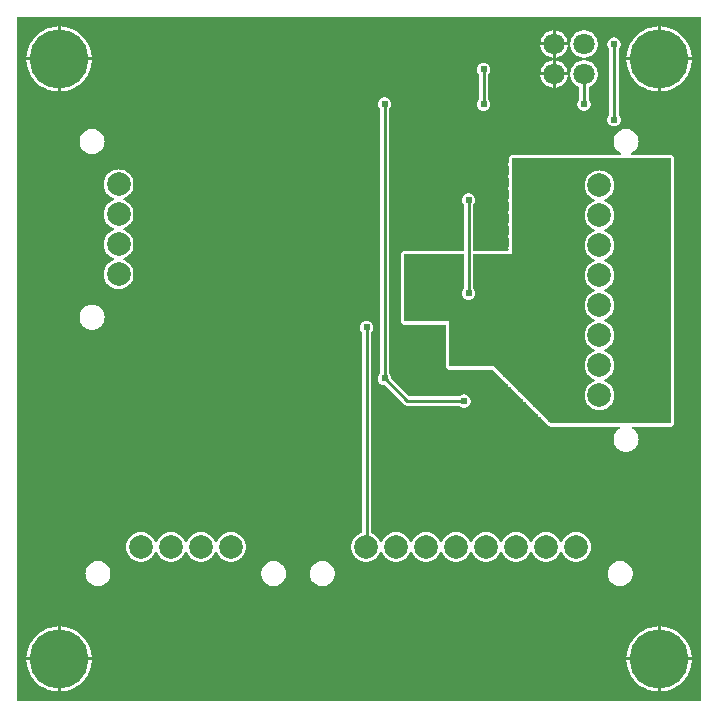
<source format=gbl>
G04 Layer: BottomLayer*
G04 EasyEDA v6.5.34, 2023-09-11 23:55:01*
G04 0142af5b8bed46c8af125076436406b4,5a6b42c53f6a479593ecc07194224c93,10*
G04 Gerber Generator version 0.2*
G04 Scale: 100 percent, Rotated: No, Reflected: No *
G04 Dimensions in millimeters *
G04 leading zeros omitted , absolute positions ,4 integer and 5 decimal *
%FSLAX45Y45*%
%MOMM*%

%ADD10C,0.2540*%
%ADD11C,5.0000*%
%ADD12C,1.8000*%
%ADD13C,2.0000*%
%ADD14C,0.6096*%
%ADD15C,0.0155*%

%LPD*%
G36*
X5805932Y25908D02*
G01*
X36068Y26416D01*
X32156Y27178D01*
X28905Y29362D01*
X26670Y32664D01*
X25908Y36576D01*
X25908Y5805932D01*
X26670Y5809792D01*
X28905Y5813094D01*
X32156Y5815330D01*
X36068Y5816092D01*
X5805932Y5816092D01*
X5809792Y5815330D01*
X5813094Y5813094D01*
X5815330Y5809792D01*
X5816092Y5805932D01*
X5816092Y36068D01*
X5815330Y32156D01*
X5813094Y28905D01*
X5809792Y26670D01*
G37*

%LPC*%
G36*
X4584700Y5600700D02*
G01*
X4687112Y5600700D01*
X4686960Y5602528D01*
X4684268Y5616803D01*
X4679746Y5630672D01*
X4673549Y5643829D01*
X4665776Y5656122D01*
X4656480Y5667349D01*
X4645863Y5677306D01*
X4634077Y5685840D01*
X4621326Y5692851D01*
X4607814Y5698236D01*
X4593691Y5701842D01*
X4584700Y5702960D01*
G37*
G36*
X5473700Y105562D02*
G01*
X5478322Y105664D01*
X5501284Y108051D01*
X5523992Y112369D01*
X5546242Y118618D01*
X5567883Y126644D01*
X5588812Y136499D01*
X5608828Y148031D01*
X5627776Y161239D01*
X5645607Y175971D01*
X5662117Y192125D01*
X5677204Y209600D01*
X5690819Y228295D01*
X5702757Y248107D01*
X5713018Y268782D01*
X5721553Y290271D01*
X5728208Y312369D01*
X5733034Y334975D01*
X5735929Y357886D01*
X5736336Y368300D01*
X5473700Y368300D01*
G37*
G36*
X5448300Y105613D02*
G01*
X5448300Y368300D01*
X5185410Y368300D01*
X5187289Y346405D01*
X5191099Y323646D01*
X5196890Y301244D01*
X5204460Y279450D01*
X5213858Y258317D01*
X5224983Y238099D01*
X5237784Y218846D01*
X5252161Y200710D01*
X5267960Y183896D01*
X5285130Y168402D01*
X5303520Y154432D01*
X5323027Y142036D01*
X5343499Y131368D01*
X5364835Y122377D01*
X5386781Y115265D01*
X5409285Y109982D01*
X5432145Y106629D01*
G37*
G36*
X368300Y105613D02*
G01*
X368300Y368300D01*
X105410Y368300D01*
X107289Y346405D01*
X111099Y323646D01*
X116890Y301244D01*
X124460Y279450D01*
X133858Y258317D01*
X144983Y238099D01*
X157784Y218846D01*
X172161Y200710D01*
X187960Y183896D01*
X205130Y168402D01*
X223520Y154432D01*
X243027Y142036D01*
X263499Y131368D01*
X284835Y122377D01*
X306781Y115265D01*
X329285Y109982D01*
X352145Y106629D01*
G37*
G36*
X5473700Y393700D02*
G01*
X5736336Y393700D01*
X5735929Y404063D01*
X5733034Y427024D01*
X5728208Y449630D01*
X5721553Y471728D01*
X5713018Y493217D01*
X5702757Y513892D01*
X5690819Y533654D01*
X5677204Y552348D01*
X5662117Y569874D01*
X5645607Y586028D01*
X5627776Y600760D01*
X5608828Y613968D01*
X5588812Y625500D01*
X5567883Y635355D01*
X5546242Y643382D01*
X5523992Y649630D01*
X5501284Y653948D01*
X5478322Y656336D01*
X5473700Y656437D01*
G37*
G36*
X393700Y393700D02*
G01*
X656336Y393700D01*
X655929Y404063D01*
X653034Y427024D01*
X648208Y449630D01*
X641553Y471728D01*
X633018Y493217D01*
X622757Y513892D01*
X610819Y533654D01*
X597204Y552348D01*
X582117Y569874D01*
X565607Y586028D01*
X547776Y600760D01*
X528828Y613968D01*
X508812Y625500D01*
X487883Y635355D01*
X466242Y643382D01*
X443992Y649630D01*
X421284Y653948D01*
X398322Y656336D01*
X393700Y656437D01*
G37*
G36*
X105410Y393700D02*
G01*
X368300Y393700D01*
X368300Y656386D01*
X352145Y655370D01*
X329285Y652018D01*
X306781Y646734D01*
X284835Y639572D01*
X263499Y630631D01*
X243027Y619912D01*
X223520Y607568D01*
X205130Y593598D01*
X187960Y578104D01*
X172161Y561289D01*
X157784Y543153D01*
X144983Y523900D01*
X133858Y503682D01*
X124460Y482549D01*
X116890Y460756D01*
X111099Y438353D01*
X107289Y415594D01*
G37*
G36*
X5185410Y393700D02*
G01*
X5448300Y393700D01*
X5448300Y656386D01*
X5432145Y655370D01*
X5409285Y652018D01*
X5386781Y646734D01*
X5364835Y639572D01*
X5343499Y630631D01*
X5323027Y619912D01*
X5303520Y607568D01*
X5285130Y593598D01*
X5267960Y578104D01*
X5252161Y561289D01*
X5237784Y543153D01*
X5224983Y523900D01*
X5213858Y503682D01*
X5204460Y482549D01*
X5196890Y460756D01*
X5191099Y438353D01*
X5187289Y415594D01*
G37*
G36*
X2197709Y999032D02*
G01*
X2211527Y999896D01*
X2225090Y1002639D01*
X2238197Y1007059D01*
X2250643Y1013206D01*
X2262124Y1020876D01*
X2272538Y1030020D01*
X2281682Y1040434D01*
X2289403Y1051966D01*
X2295499Y1064361D01*
X2299970Y1077518D01*
X2302662Y1091082D01*
X2303576Y1104900D01*
X2302662Y1118717D01*
X2299970Y1132281D01*
X2295499Y1145438D01*
X2289403Y1157833D01*
X2281682Y1169365D01*
X2272538Y1179779D01*
X2262124Y1188923D01*
X2250643Y1196594D01*
X2238197Y1202740D01*
X2225090Y1207160D01*
X2211527Y1209903D01*
X2197709Y1210767D01*
X2183841Y1209903D01*
X2170277Y1207160D01*
X2157171Y1202740D01*
X2144725Y1196594D01*
X2133244Y1188923D01*
X2122830Y1179779D01*
X2113686Y1169365D01*
X2105964Y1157833D01*
X2099868Y1145438D01*
X2095398Y1132281D01*
X2092706Y1118717D01*
X2091791Y1104900D01*
X2092706Y1091082D01*
X2095398Y1077518D01*
X2099868Y1064361D01*
X2105964Y1051966D01*
X2113686Y1040434D01*
X2122830Y1030020D01*
X2133244Y1020876D01*
X2144725Y1013206D01*
X2157171Y1007059D01*
X2170277Y1002639D01*
X2183841Y999896D01*
G37*
G36*
X2610104Y999032D02*
G01*
X2623921Y999896D01*
X2637485Y1002639D01*
X2650642Y1007059D01*
X2663037Y1013206D01*
X2674569Y1020876D01*
X2684983Y1030020D01*
X2694127Y1040434D01*
X2701798Y1051966D01*
X2707944Y1064361D01*
X2712364Y1077518D01*
X2715107Y1091082D01*
X2715971Y1104900D01*
X2715107Y1118717D01*
X2712364Y1132281D01*
X2707944Y1145438D01*
X2701798Y1157833D01*
X2694127Y1169365D01*
X2684983Y1179779D01*
X2674569Y1188923D01*
X2663037Y1196594D01*
X2650642Y1202740D01*
X2637485Y1207160D01*
X2623921Y1209903D01*
X2610104Y1210767D01*
X2596286Y1209903D01*
X2582722Y1207160D01*
X2569565Y1202740D01*
X2557170Y1196594D01*
X2545638Y1188923D01*
X2535224Y1179779D01*
X2526080Y1169365D01*
X2518410Y1157833D01*
X2512263Y1145438D01*
X2507843Y1132281D01*
X2505100Y1118717D01*
X2504236Y1104900D01*
X2505100Y1091082D01*
X2507843Y1077518D01*
X2512263Y1064361D01*
X2518410Y1051966D01*
X2526080Y1040434D01*
X2535224Y1030020D01*
X2545638Y1020876D01*
X2557170Y1013206D01*
X2569565Y1007059D01*
X2582722Y1002639D01*
X2596286Y999896D01*
G37*
G36*
X710488Y999032D02*
G01*
X724306Y999896D01*
X737870Y1002639D01*
X751027Y1007059D01*
X763422Y1013206D01*
X774954Y1020876D01*
X785368Y1030020D01*
X794512Y1040434D01*
X802182Y1051966D01*
X808329Y1064361D01*
X812749Y1077518D01*
X815492Y1091082D01*
X816356Y1104900D01*
X815492Y1118717D01*
X812749Y1132281D01*
X808329Y1145438D01*
X802182Y1157833D01*
X794512Y1169365D01*
X785368Y1179779D01*
X774954Y1188923D01*
X763422Y1196594D01*
X751027Y1202740D01*
X737870Y1207160D01*
X724306Y1209903D01*
X710488Y1210767D01*
X696671Y1209903D01*
X683107Y1207160D01*
X669950Y1202740D01*
X657555Y1196594D01*
X646023Y1188923D01*
X635609Y1179779D01*
X626465Y1169365D01*
X618794Y1157833D01*
X612648Y1145438D01*
X608228Y1132281D01*
X605485Y1118717D01*
X604621Y1104900D01*
X605485Y1091082D01*
X608228Y1077518D01*
X612648Y1064361D01*
X618794Y1051966D01*
X626465Y1040434D01*
X635609Y1030020D01*
X646023Y1020876D01*
X657555Y1013206D01*
X669950Y1007059D01*
X683107Y1002639D01*
X696671Y999896D01*
G37*
G36*
X5131308Y999032D02*
G01*
X5145125Y999896D01*
X5158689Y1002639D01*
X5171795Y1007059D01*
X5184241Y1013206D01*
X5195722Y1020876D01*
X5206136Y1030020D01*
X5215280Y1040434D01*
X5223002Y1051966D01*
X5229098Y1064361D01*
X5233568Y1077518D01*
X5236260Y1091082D01*
X5237175Y1104900D01*
X5236260Y1118717D01*
X5233568Y1132281D01*
X5229098Y1145438D01*
X5223002Y1157833D01*
X5215280Y1169365D01*
X5206136Y1179779D01*
X5195722Y1188923D01*
X5184241Y1196594D01*
X5171795Y1202740D01*
X5158689Y1207160D01*
X5145125Y1209903D01*
X5131308Y1210767D01*
X5117439Y1209903D01*
X5103876Y1207160D01*
X5090769Y1202740D01*
X5078323Y1196594D01*
X5066842Y1188923D01*
X5056428Y1179779D01*
X5047284Y1169365D01*
X5039563Y1157833D01*
X5033467Y1145438D01*
X5028996Y1132281D01*
X5026304Y1118717D01*
X5025390Y1104900D01*
X5026304Y1091082D01*
X5028996Y1077518D01*
X5033467Y1064361D01*
X5039563Y1051966D01*
X5047284Y1040434D01*
X5056428Y1030020D01*
X5066842Y1020876D01*
X5078323Y1013206D01*
X5090769Y1007059D01*
X5103876Y1002639D01*
X5117439Y999896D01*
G37*
G36*
X1073099Y1204010D02*
G01*
X1088237Y1204925D01*
X1103223Y1207668D01*
X1117701Y1212189D01*
X1131570Y1218438D01*
X1144574Y1226312D01*
X1156563Y1235659D01*
X1167333Y1246428D01*
X1176680Y1258417D01*
X1184554Y1271422D01*
X1190802Y1285341D01*
X1193038Y1288491D01*
X1196289Y1290574D01*
X1200099Y1291336D01*
X1203858Y1290574D01*
X1207109Y1288491D01*
X1209344Y1285341D01*
X1215593Y1271422D01*
X1223467Y1258417D01*
X1232865Y1246428D01*
X1243584Y1235659D01*
X1255572Y1226312D01*
X1268577Y1218438D01*
X1282446Y1212189D01*
X1296974Y1207668D01*
X1311910Y1204925D01*
X1327099Y1204010D01*
X1342237Y1204925D01*
X1357223Y1207668D01*
X1371701Y1212189D01*
X1385570Y1218438D01*
X1398574Y1226312D01*
X1410563Y1235659D01*
X1421333Y1246428D01*
X1430680Y1258417D01*
X1438554Y1271422D01*
X1444802Y1285341D01*
X1447038Y1288491D01*
X1450289Y1290574D01*
X1454099Y1291336D01*
X1457858Y1290574D01*
X1461109Y1288491D01*
X1463344Y1285341D01*
X1469593Y1271422D01*
X1477467Y1258417D01*
X1486865Y1246428D01*
X1497584Y1235659D01*
X1509572Y1226312D01*
X1522577Y1218438D01*
X1536446Y1212189D01*
X1550974Y1207668D01*
X1565910Y1204925D01*
X1581099Y1204010D01*
X1596237Y1204925D01*
X1611223Y1207668D01*
X1625701Y1212189D01*
X1639570Y1218438D01*
X1652574Y1226312D01*
X1664563Y1235659D01*
X1675333Y1246428D01*
X1684680Y1258417D01*
X1692554Y1271422D01*
X1698802Y1285341D01*
X1701038Y1288491D01*
X1704289Y1290574D01*
X1708099Y1291336D01*
X1711858Y1290574D01*
X1715109Y1288491D01*
X1717344Y1285341D01*
X1723593Y1271422D01*
X1731467Y1258417D01*
X1740865Y1246428D01*
X1751584Y1235659D01*
X1763572Y1226312D01*
X1776577Y1218438D01*
X1790446Y1212189D01*
X1804974Y1207668D01*
X1819910Y1204925D01*
X1835099Y1204010D01*
X1850237Y1204925D01*
X1865223Y1207668D01*
X1879701Y1212189D01*
X1893570Y1218438D01*
X1906574Y1226312D01*
X1918563Y1235659D01*
X1929333Y1246428D01*
X1938680Y1258417D01*
X1946554Y1271422D01*
X1952802Y1285290D01*
X1957324Y1299768D01*
X1960067Y1314754D01*
X1960981Y1329893D01*
X1960067Y1345082D01*
X1957324Y1360017D01*
X1952802Y1374546D01*
X1946554Y1388414D01*
X1938680Y1401419D01*
X1929333Y1413408D01*
X1918563Y1424127D01*
X1906574Y1433525D01*
X1893570Y1441399D01*
X1879701Y1447596D01*
X1865223Y1452118D01*
X1850237Y1454861D01*
X1835099Y1455775D01*
X1819910Y1454861D01*
X1804974Y1452118D01*
X1790446Y1447596D01*
X1776577Y1441399D01*
X1763572Y1433525D01*
X1751584Y1424127D01*
X1740865Y1413408D01*
X1731467Y1401419D01*
X1723593Y1388414D01*
X1717344Y1374495D01*
X1715109Y1371346D01*
X1711858Y1369212D01*
X1708099Y1368501D01*
X1704289Y1369212D01*
X1701038Y1371346D01*
X1698802Y1374495D01*
X1692554Y1388414D01*
X1684680Y1401419D01*
X1675333Y1413408D01*
X1664563Y1424127D01*
X1652574Y1433525D01*
X1639570Y1441399D01*
X1625701Y1447596D01*
X1611223Y1452118D01*
X1596237Y1454861D01*
X1581099Y1455775D01*
X1565910Y1454861D01*
X1550974Y1452118D01*
X1536446Y1447596D01*
X1522577Y1441399D01*
X1509572Y1433525D01*
X1497584Y1424127D01*
X1486865Y1413408D01*
X1477467Y1401419D01*
X1469593Y1388414D01*
X1463344Y1374495D01*
X1461109Y1371346D01*
X1457858Y1369212D01*
X1454099Y1368501D01*
X1450289Y1369212D01*
X1447038Y1371346D01*
X1444802Y1374495D01*
X1438554Y1388414D01*
X1430680Y1401419D01*
X1421333Y1413408D01*
X1410563Y1424127D01*
X1398574Y1433525D01*
X1385570Y1441399D01*
X1371701Y1447596D01*
X1357223Y1452118D01*
X1342237Y1454861D01*
X1327099Y1455775D01*
X1311910Y1454861D01*
X1296974Y1452118D01*
X1282446Y1447596D01*
X1268577Y1441399D01*
X1255572Y1433525D01*
X1243584Y1424127D01*
X1232865Y1413408D01*
X1223467Y1401419D01*
X1215593Y1388414D01*
X1209344Y1374495D01*
X1207109Y1371346D01*
X1203858Y1369212D01*
X1200099Y1368501D01*
X1196289Y1369212D01*
X1193038Y1371346D01*
X1190802Y1374495D01*
X1184554Y1388414D01*
X1176680Y1401419D01*
X1167333Y1413408D01*
X1156563Y1424127D01*
X1144574Y1433525D01*
X1131570Y1441399D01*
X1117701Y1447596D01*
X1103223Y1452118D01*
X1088237Y1454861D01*
X1073099Y1455775D01*
X1057910Y1454861D01*
X1042974Y1452118D01*
X1028446Y1447596D01*
X1014577Y1441399D01*
X1001572Y1433525D01*
X989584Y1424127D01*
X978865Y1413408D01*
X969467Y1401419D01*
X961593Y1388414D01*
X955395Y1374546D01*
X950874Y1360017D01*
X948131Y1345082D01*
X947216Y1329893D01*
X948131Y1314754D01*
X950874Y1299768D01*
X955395Y1285290D01*
X961593Y1271422D01*
X969467Y1258417D01*
X978865Y1246428D01*
X989584Y1235659D01*
X1001572Y1226312D01*
X1014577Y1218438D01*
X1028446Y1212189D01*
X1042974Y1207668D01*
X1057910Y1204925D01*
G37*
G36*
X4456887Y5600700D02*
G01*
X4559300Y5600700D01*
X4559300Y5702960D01*
X4550308Y5701842D01*
X4536186Y5698236D01*
X4522673Y5692851D01*
X4509922Y5685840D01*
X4498136Y5677306D01*
X4487519Y5667349D01*
X4478223Y5656122D01*
X4470450Y5643829D01*
X4464253Y5630672D01*
X4459732Y5616803D01*
X4457039Y5602528D01*
G37*
G36*
X5185410Y5473700D02*
G01*
X5448300Y5473700D01*
X5448300Y5736386D01*
X5432145Y5735370D01*
X5409285Y5732018D01*
X5386781Y5726734D01*
X5364835Y5719572D01*
X5343499Y5710631D01*
X5323027Y5699912D01*
X5303520Y5687568D01*
X5285130Y5673598D01*
X5267960Y5658104D01*
X5252161Y5641289D01*
X5237784Y5623153D01*
X5224983Y5603900D01*
X5213858Y5583682D01*
X5204460Y5562549D01*
X5196890Y5540756D01*
X5191099Y5518353D01*
X5187289Y5495594D01*
G37*
G36*
X105410Y5473700D02*
G01*
X368300Y5473700D01*
X368300Y5736386D01*
X352145Y5735370D01*
X329285Y5732018D01*
X306781Y5726734D01*
X284835Y5719572D01*
X263499Y5710631D01*
X243027Y5699912D01*
X223520Y5687568D01*
X205130Y5673598D01*
X187960Y5658104D01*
X172161Y5641289D01*
X157784Y5623153D01*
X144983Y5603900D01*
X133858Y5583682D01*
X124460Y5562549D01*
X116890Y5540756D01*
X111099Y5518353D01*
X107289Y5495594D01*
G37*
G36*
X2981706Y1204010D02*
G01*
X2996895Y1204925D01*
X3011830Y1207668D01*
X3026359Y1212189D01*
X3040227Y1218438D01*
X3053232Y1226312D01*
X3065170Y1235659D01*
X3075940Y1246428D01*
X3085287Y1258366D01*
X3093161Y1271371D01*
X3099460Y1285290D01*
X3101644Y1288491D01*
X3104896Y1290574D01*
X3108706Y1291285D01*
X3112516Y1290574D01*
X3115767Y1288491D01*
X3117951Y1285290D01*
X3124250Y1271371D01*
X3132124Y1258366D01*
X3141472Y1246428D01*
X3152241Y1235659D01*
X3164179Y1226312D01*
X3177184Y1218438D01*
X3191052Y1212189D01*
X3205581Y1207668D01*
X3220516Y1204925D01*
X3235706Y1204010D01*
X3250895Y1204925D01*
X3265830Y1207668D01*
X3280359Y1212189D01*
X3294227Y1218438D01*
X3307232Y1226312D01*
X3319170Y1235659D01*
X3329940Y1246428D01*
X3339287Y1258366D01*
X3347161Y1271371D01*
X3353460Y1285290D01*
X3355644Y1288491D01*
X3358896Y1290574D01*
X3362706Y1291285D01*
X3366515Y1290574D01*
X3369767Y1288491D01*
X3371951Y1285290D01*
X3378250Y1271371D01*
X3386124Y1258366D01*
X3395472Y1246428D01*
X3406241Y1235659D01*
X3418179Y1226312D01*
X3431184Y1218438D01*
X3445052Y1212189D01*
X3459581Y1207668D01*
X3474516Y1204925D01*
X3489706Y1204010D01*
X3504895Y1204925D01*
X3519830Y1207668D01*
X3534359Y1212189D01*
X3548227Y1218438D01*
X3561232Y1226312D01*
X3573170Y1235659D01*
X3583940Y1246428D01*
X3593287Y1258366D01*
X3601161Y1271371D01*
X3607460Y1285290D01*
X3609644Y1288491D01*
X3612896Y1290574D01*
X3616706Y1291285D01*
X3620515Y1290574D01*
X3623767Y1288491D01*
X3625951Y1285290D01*
X3632250Y1271371D01*
X3640124Y1258366D01*
X3649472Y1246428D01*
X3660241Y1235659D01*
X3672179Y1226312D01*
X3685184Y1218438D01*
X3699052Y1212189D01*
X3713581Y1207668D01*
X3728516Y1204925D01*
X3743706Y1204010D01*
X3758895Y1204925D01*
X3773830Y1207668D01*
X3788359Y1212189D01*
X3802227Y1218438D01*
X3815232Y1226312D01*
X3827170Y1235659D01*
X3837940Y1246428D01*
X3847287Y1258366D01*
X3855161Y1271371D01*
X3861460Y1285290D01*
X3863644Y1288491D01*
X3866896Y1290574D01*
X3870706Y1291285D01*
X3874515Y1290574D01*
X3877767Y1288491D01*
X3879951Y1285290D01*
X3886250Y1271371D01*
X3894124Y1258366D01*
X3903472Y1246428D01*
X3914241Y1235659D01*
X3926179Y1226312D01*
X3939184Y1218438D01*
X3953052Y1212189D01*
X3967581Y1207668D01*
X3982516Y1204925D01*
X3997706Y1204010D01*
X4012895Y1204925D01*
X4027830Y1207668D01*
X4042359Y1212189D01*
X4056227Y1218438D01*
X4069232Y1226312D01*
X4081170Y1235659D01*
X4091940Y1246428D01*
X4101287Y1258366D01*
X4109161Y1271371D01*
X4115460Y1285290D01*
X4117644Y1288491D01*
X4120896Y1290574D01*
X4124706Y1291285D01*
X4128515Y1290574D01*
X4131767Y1288491D01*
X4133951Y1285290D01*
X4140250Y1271371D01*
X4148124Y1258366D01*
X4157472Y1246428D01*
X4168241Y1235659D01*
X4180179Y1226312D01*
X4193184Y1218438D01*
X4207052Y1212189D01*
X4221581Y1207668D01*
X4236516Y1204925D01*
X4251706Y1204010D01*
X4266895Y1204925D01*
X4281830Y1207668D01*
X4296359Y1212189D01*
X4310227Y1218438D01*
X4323232Y1226312D01*
X4335170Y1235659D01*
X4345940Y1246428D01*
X4355287Y1258366D01*
X4363161Y1271371D01*
X4369460Y1285290D01*
X4371644Y1288491D01*
X4374896Y1290574D01*
X4378706Y1291285D01*
X4382516Y1290574D01*
X4385767Y1288491D01*
X4387951Y1285290D01*
X4394250Y1271371D01*
X4402124Y1258366D01*
X4411472Y1246428D01*
X4422241Y1235659D01*
X4434179Y1226312D01*
X4447184Y1218438D01*
X4461052Y1212189D01*
X4475581Y1207668D01*
X4490516Y1204925D01*
X4505706Y1204010D01*
X4520895Y1204925D01*
X4535830Y1207668D01*
X4550359Y1212189D01*
X4564227Y1218438D01*
X4577232Y1226312D01*
X4589170Y1235659D01*
X4599940Y1246428D01*
X4609287Y1258366D01*
X4617161Y1271371D01*
X4623460Y1285290D01*
X4625644Y1288491D01*
X4628896Y1290574D01*
X4632706Y1291285D01*
X4636516Y1290574D01*
X4639767Y1288491D01*
X4641951Y1285290D01*
X4648250Y1271371D01*
X4656124Y1258366D01*
X4665472Y1246428D01*
X4676241Y1235659D01*
X4688179Y1226312D01*
X4701184Y1218438D01*
X4715052Y1212189D01*
X4729581Y1207668D01*
X4744516Y1204925D01*
X4759706Y1204010D01*
X4774895Y1204925D01*
X4789830Y1207668D01*
X4804359Y1212189D01*
X4818227Y1218438D01*
X4831232Y1226312D01*
X4843170Y1235659D01*
X4853940Y1246428D01*
X4863287Y1258366D01*
X4871161Y1271371D01*
X4877409Y1285240D01*
X4881930Y1299768D01*
X4884674Y1314704D01*
X4885588Y1329893D01*
X4884674Y1345082D01*
X4881930Y1360017D01*
X4877409Y1374546D01*
X4871161Y1388414D01*
X4863287Y1401419D01*
X4853940Y1413357D01*
X4843170Y1424127D01*
X4831232Y1433474D01*
X4818227Y1441348D01*
X4804359Y1447596D01*
X4789830Y1452118D01*
X4774895Y1454861D01*
X4759706Y1455775D01*
X4744516Y1454861D01*
X4729581Y1452118D01*
X4715052Y1447596D01*
X4701184Y1441348D01*
X4688179Y1433474D01*
X4676241Y1424127D01*
X4665472Y1413357D01*
X4656124Y1401419D01*
X4648250Y1388414D01*
X4641951Y1374495D01*
X4639767Y1371295D01*
X4636516Y1369212D01*
X4632706Y1368501D01*
X4628896Y1369212D01*
X4625644Y1371295D01*
X4623460Y1374495D01*
X4617161Y1388414D01*
X4609287Y1401419D01*
X4599940Y1413357D01*
X4589170Y1424127D01*
X4577232Y1433474D01*
X4564227Y1441348D01*
X4550359Y1447596D01*
X4535830Y1452118D01*
X4520895Y1454861D01*
X4505706Y1455775D01*
X4490516Y1454861D01*
X4475581Y1452118D01*
X4461052Y1447596D01*
X4447184Y1441348D01*
X4434179Y1433474D01*
X4422241Y1424127D01*
X4411472Y1413357D01*
X4402124Y1401419D01*
X4394250Y1388414D01*
X4387951Y1374495D01*
X4385767Y1371295D01*
X4382516Y1369212D01*
X4378706Y1368501D01*
X4374896Y1369212D01*
X4371644Y1371295D01*
X4369460Y1374495D01*
X4363161Y1388414D01*
X4355287Y1401419D01*
X4345940Y1413357D01*
X4335170Y1424127D01*
X4323232Y1433474D01*
X4310227Y1441348D01*
X4296359Y1447596D01*
X4281830Y1452118D01*
X4266895Y1454861D01*
X4251706Y1455775D01*
X4236516Y1454861D01*
X4221581Y1452118D01*
X4207052Y1447596D01*
X4193184Y1441348D01*
X4180179Y1433474D01*
X4168241Y1424127D01*
X4157472Y1413357D01*
X4148124Y1401419D01*
X4140250Y1388414D01*
X4133951Y1374495D01*
X4131767Y1371295D01*
X4128515Y1369212D01*
X4124706Y1368501D01*
X4120896Y1369212D01*
X4117644Y1371295D01*
X4115460Y1374495D01*
X4109161Y1388414D01*
X4101287Y1401419D01*
X4091940Y1413357D01*
X4081170Y1424127D01*
X4069232Y1433474D01*
X4056227Y1441348D01*
X4042359Y1447596D01*
X4027830Y1452118D01*
X4012895Y1454861D01*
X3997706Y1455775D01*
X3982516Y1454861D01*
X3967581Y1452118D01*
X3953052Y1447596D01*
X3939184Y1441348D01*
X3926179Y1433474D01*
X3914241Y1424127D01*
X3903472Y1413357D01*
X3894124Y1401419D01*
X3886250Y1388414D01*
X3879951Y1374495D01*
X3877767Y1371295D01*
X3874515Y1369212D01*
X3870706Y1368501D01*
X3866896Y1369212D01*
X3863644Y1371295D01*
X3861460Y1374495D01*
X3855161Y1388414D01*
X3847287Y1401419D01*
X3837940Y1413357D01*
X3827170Y1424127D01*
X3815232Y1433474D01*
X3802227Y1441348D01*
X3788359Y1447596D01*
X3773830Y1452118D01*
X3758895Y1454861D01*
X3743706Y1455775D01*
X3728516Y1454861D01*
X3713581Y1452118D01*
X3699052Y1447596D01*
X3685184Y1441348D01*
X3672179Y1433474D01*
X3660241Y1424127D01*
X3649472Y1413357D01*
X3640124Y1401419D01*
X3632250Y1388414D01*
X3625951Y1374495D01*
X3623767Y1371295D01*
X3620515Y1369212D01*
X3616706Y1368501D01*
X3612896Y1369212D01*
X3609644Y1371295D01*
X3607460Y1374495D01*
X3601161Y1388414D01*
X3593287Y1401419D01*
X3583940Y1413357D01*
X3573170Y1424127D01*
X3561232Y1433474D01*
X3548227Y1441348D01*
X3534359Y1447596D01*
X3519830Y1452118D01*
X3504895Y1454861D01*
X3489706Y1455775D01*
X3474516Y1454861D01*
X3459581Y1452118D01*
X3445052Y1447596D01*
X3431184Y1441348D01*
X3418179Y1433474D01*
X3406241Y1424127D01*
X3395472Y1413357D01*
X3386124Y1401419D01*
X3378250Y1388414D01*
X3371951Y1374495D01*
X3369767Y1371295D01*
X3366515Y1369212D01*
X3362706Y1368501D01*
X3358896Y1369212D01*
X3355644Y1371295D01*
X3353460Y1374495D01*
X3347161Y1388414D01*
X3339287Y1401419D01*
X3329940Y1413357D01*
X3319170Y1424127D01*
X3307232Y1433474D01*
X3294227Y1441348D01*
X3280359Y1447596D01*
X3265830Y1452118D01*
X3250895Y1454861D01*
X3235706Y1455775D01*
X3220516Y1454861D01*
X3205581Y1452118D01*
X3191052Y1447596D01*
X3177184Y1441348D01*
X3164179Y1433474D01*
X3152241Y1424127D01*
X3141472Y1413357D01*
X3132124Y1401419D01*
X3124250Y1388414D01*
X3117951Y1374495D01*
X3115767Y1371295D01*
X3112516Y1369212D01*
X3108706Y1368501D01*
X3104896Y1369212D01*
X3101644Y1371295D01*
X3099460Y1374495D01*
X3093161Y1388414D01*
X3085287Y1401419D01*
X3075940Y1413357D01*
X3065170Y1424127D01*
X3053232Y1433474D01*
X3040227Y1441348D01*
X3029102Y1446377D01*
X3025952Y1448612D01*
X3023819Y1451813D01*
X3023108Y1455623D01*
X3023108Y3142691D01*
X3023870Y3146602D01*
X3026105Y3149904D01*
X3027680Y3151479D01*
X3033318Y3159506D01*
X3037433Y3168446D01*
X3039973Y3177895D01*
X3040837Y3187700D01*
X3039973Y3197504D01*
X3037433Y3206953D01*
X3033318Y3215894D01*
X3027680Y3223920D01*
X3020720Y3230880D01*
X3012694Y3236518D01*
X3003753Y3240633D01*
X2994304Y3243173D01*
X2984500Y3244037D01*
X2974695Y3243173D01*
X2965246Y3240633D01*
X2956306Y3236518D01*
X2948279Y3230880D01*
X2941320Y3223920D01*
X2935681Y3215894D01*
X2931566Y3206953D01*
X2929026Y3197504D01*
X2928162Y3187700D01*
X2929026Y3177895D01*
X2931566Y3168446D01*
X2935681Y3159506D01*
X2941320Y3151479D01*
X2942894Y3149904D01*
X2945130Y3146602D01*
X2945892Y3142691D01*
X2945892Y1457807D01*
X2944977Y1453642D01*
X2942488Y1450238D01*
X2938780Y1448104D01*
X2937052Y1447596D01*
X2923184Y1441348D01*
X2910179Y1433474D01*
X2898241Y1424127D01*
X2887472Y1413357D01*
X2878124Y1401419D01*
X2870250Y1388414D01*
X2864002Y1374546D01*
X2859481Y1360017D01*
X2856738Y1345082D01*
X2855823Y1329893D01*
X2856738Y1314704D01*
X2859481Y1299768D01*
X2864002Y1285240D01*
X2870250Y1271371D01*
X2878124Y1258366D01*
X2887472Y1246428D01*
X2898241Y1235659D01*
X2910179Y1226312D01*
X2923184Y1218438D01*
X2937052Y1212189D01*
X2951581Y1207668D01*
X2966516Y1204925D01*
G37*
G36*
X393700Y5473700D02*
G01*
X656336Y5473700D01*
X655929Y5484063D01*
X653034Y5507024D01*
X648208Y5529630D01*
X641553Y5551728D01*
X633018Y5573217D01*
X622757Y5593892D01*
X610819Y5613654D01*
X597204Y5632348D01*
X582117Y5649874D01*
X565607Y5666028D01*
X547776Y5680760D01*
X528828Y5693968D01*
X508812Y5705500D01*
X487883Y5715355D01*
X466242Y5723382D01*
X443992Y5729630D01*
X421284Y5733948D01*
X398322Y5736336D01*
X393700Y5736437D01*
G37*
G36*
X5473700Y5473700D02*
G01*
X5736336Y5473700D01*
X5735929Y5484063D01*
X5733034Y5507024D01*
X5728208Y5529630D01*
X5721553Y5551728D01*
X5713018Y5573217D01*
X5702757Y5593892D01*
X5690819Y5613654D01*
X5677204Y5632348D01*
X5662117Y5649874D01*
X5645607Y5666028D01*
X5627776Y5680760D01*
X5608828Y5693968D01*
X5588812Y5705500D01*
X5567883Y5715355D01*
X5546242Y5723382D01*
X5523992Y5729630D01*
X5501284Y5733948D01*
X5478322Y5736336D01*
X5473700Y5736437D01*
G37*
G36*
X4559300Y5473039D02*
G01*
X4559300Y5575300D01*
X4456887Y5575300D01*
X4457039Y5573471D01*
X4459732Y5559196D01*
X4464253Y5545328D01*
X4470450Y5532170D01*
X4478223Y5519877D01*
X4487519Y5508650D01*
X4498136Y5498693D01*
X4509922Y5490159D01*
X4522673Y5483148D01*
X4536186Y5477764D01*
X4550308Y5474157D01*
G37*
G36*
X4584700Y5473039D02*
G01*
X4593691Y5474157D01*
X4607814Y5477764D01*
X4621326Y5483148D01*
X4634077Y5490159D01*
X4645863Y5498693D01*
X4656480Y5508650D01*
X4665776Y5519877D01*
X4673549Y5532170D01*
X4679746Y5545328D01*
X4684268Y5559196D01*
X4686960Y5573471D01*
X4687112Y5575300D01*
X4584700Y5575300D01*
G37*
G36*
X4818735Y5472328D02*
G01*
X4833264Y5472328D01*
X4847691Y5474157D01*
X4861814Y5477764D01*
X4875326Y5483148D01*
X4888077Y5490159D01*
X4899863Y5498693D01*
X4910480Y5508650D01*
X4919776Y5519877D01*
X4927549Y5532170D01*
X4933746Y5545328D01*
X4938268Y5559196D01*
X4940960Y5573471D01*
X4941874Y5588000D01*
X4940960Y5602528D01*
X4938268Y5616803D01*
X4933746Y5630672D01*
X4927549Y5643829D01*
X4919776Y5656122D01*
X4910480Y5667349D01*
X4899863Y5677306D01*
X4888077Y5685840D01*
X4875326Y5692851D01*
X4861814Y5698236D01*
X4847691Y5701842D01*
X4833264Y5703671D01*
X4818735Y5703671D01*
X4804308Y5701842D01*
X4790186Y5698236D01*
X4776673Y5692851D01*
X4763922Y5685840D01*
X4752136Y5677306D01*
X4741519Y5667349D01*
X4732223Y5656122D01*
X4724450Y5643829D01*
X4718253Y5630672D01*
X4713732Y5616803D01*
X4711039Y5602528D01*
X4710125Y5588000D01*
X4711039Y5573471D01*
X4713732Y5559196D01*
X4718253Y5545328D01*
X4724450Y5532170D01*
X4732223Y5519877D01*
X4741519Y5508650D01*
X4752136Y5498693D01*
X4763922Y5490159D01*
X4776673Y5483148D01*
X4790186Y5477764D01*
X4804308Y5474157D01*
G37*
G36*
X4456887Y5346700D02*
G01*
X4559300Y5346700D01*
X4559300Y5448960D01*
X4550308Y5447842D01*
X4536186Y5444236D01*
X4522673Y5438851D01*
X4509922Y5431840D01*
X4498136Y5423306D01*
X4487519Y5413349D01*
X4478223Y5402122D01*
X4470450Y5389829D01*
X4464253Y5376672D01*
X4459732Y5362803D01*
X4457039Y5348528D01*
G37*
G36*
X4584700Y5346700D02*
G01*
X4687112Y5346700D01*
X4686960Y5348528D01*
X4684268Y5362803D01*
X4679746Y5376672D01*
X4673549Y5389829D01*
X4665776Y5402122D01*
X4656480Y5413349D01*
X4645863Y5423306D01*
X4634077Y5431840D01*
X4621326Y5438851D01*
X4607814Y5444236D01*
X4593691Y5447842D01*
X4584700Y5448960D01*
G37*
G36*
X4584700Y5219039D02*
G01*
X4593691Y5220157D01*
X4607814Y5223764D01*
X4621326Y5229148D01*
X4634077Y5236159D01*
X4645863Y5244693D01*
X4656480Y5254650D01*
X4665776Y5265877D01*
X4673549Y5278170D01*
X4679746Y5291328D01*
X4684268Y5305196D01*
X4686960Y5319471D01*
X4687112Y5321300D01*
X4584700Y5321300D01*
G37*
G36*
X4559300Y5219039D02*
G01*
X4559300Y5321300D01*
X4456887Y5321300D01*
X4457039Y5319471D01*
X4459732Y5305196D01*
X4464253Y5291328D01*
X4470450Y5278170D01*
X4478223Y5265877D01*
X4487519Y5254650D01*
X4498136Y5244693D01*
X4509922Y5236159D01*
X4522673Y5229148D01*
X4536186Y5223764D01*
X4550308Y5220157D01*
G37*
G36*
X5448300Y5185613D02*
G01*
X5448300Y5448300D01*
X5185410Y5448300D01*
X5187289Y5426405D01*
X5191099Y5403646D01*
X5196890Y5381244D01*
X5204460Y5359450D01*
X5213858Y5338318D01*
X5224983Y5318099D01*
X5237784Y5298846D01*
X5252161Y5280710D01*
X5267960Y5263896D01*
X5285130Y5248402D01*
X5303520Y5234432D01*
X5323027Y5222036D01*
X5343499Y5211368D01*
X5364835Y5202377D01*
X5386781Y5195265D01*
X5409285Y5189982D01*
X5432145Y5186629D01*
G37*
G36*
X368300Y5185613D02*
G01*
X368300Y5448300D01*
X105410Y5448300D01*
X107289Y5426405D01*
X111099Y5403646D01*
X116890Y5381244D01*
X124460Y5359450D01*
X133858Y5338318D01*
X144983Y5318099D01*
X157784Y5298846D01*
X172161Y5280710D01*
X187960Y5263896D01*
X205130Y5248402D01*
X223520Y5234432D01*
X243027Y5222036D01*
X263499Y5211368D01*
X284835Y5202377D01*
X306781Y5195265D01*
X329285Y5189982D01*
X352145Y5186629D01*
G37*
G36*
X5473700Y5185562D02*
G01*
X5478322Y5185664D01*
X5501284Y5188051D01*
X5523992Y5192369D01*
X5546242Y5198618D01*
X5567883Y5206644D01*
X5588812Y5216499D01*
X5608828Y5228031D01*
X5627776Y5241239D01*
X5645607Y5255971D01*
X5662117Y5272125D01*
X5677204Y5289600D01*
X5690819Y5308295D01*
X5702757Y5328107D01*
X5713018Y5348782D01*
X5721553Y5370271D01*
X5728208Y5392369D01*
X5733034Y5414975D01*
X5735929Y5437886D01*
X5736336Y5448300D01*
X5473700Y5448300D01*
G37*
G36*
X393700Y5185562D02*
G01*
X398322Y5185664D01*
X421284Y5188051D01*
X443992Y5192369D01*
X466242Y5198618D01*
X487883Y5206644D01*
X508812Y5216499D01*
X528828Y5228031D01*
X547776Y5241239D01*
X565607Y5255971D01*
X582117Y5272125D01*
X597204Y5289600D01*
X610819Y5308295D01*
X622757Y5328107D01*
X633018Y5348782D01*
X641553Y5370271D01*
X648208Y5392369D01*
X653034Y5414975D01*
X655929Y5437886D01*
X656336Y5448300D01*
X393700Y5448300D01*
G37*
G36*
X3975100Y5023662D02*
G01*
X3984904Y5024475D01*
X3994353Y5027015D01*
X4003294Y5031181D01*
X4011320Y5036820D01*
X4018279Y5043779D01*
X4023918Y5051806D01*
X4028033Y5060696D01*
X4030573Y5070195D01*
X4031437Y5080000D01*
X4030573Y5089753D01*
X4028033Y5099253D01*
X4023918Y5108143D01*
X4018279Y5116220D01*
X4016705Y5117795D01*
X4014470Y5121097D01*
X4013708Y5124958D01*
X4013708Y5327091D01*
X4014470Y5331002D01*
X4016705Y5334304D01*
X4018279Y5335879D01*
X4023918Y5343906D01*
X4028033Y5352846D01*
X4030573Y5362295D01*
X4031437Y5372100D01*
X4030573Y5381904D01*
X4028033Y5391353D01*
X4023918Y5400294D01*
X4018279Y5408320D01*
X4011320Y5415280D01*
X4003294Y5420918D01*
X3994353Y5425033D01*
X3984904Y5427573D01*
X3975100Y5428437D01*
X3965295Y5427573D01*
X3955846Y5425033D01*
X3946906Y5420918D01*
X3938879Y5415280D01*
X3931920Y5408320D01*
X3926281Y5400294D01*
X3922166Y5391353D01*
X3919626Y5381904D01*
X3918762Y5372100D01*
X3919626Y5362295D01*
X3922166Y5352846D01*
X3926281Y5343906D01*
X3931920Y5335879D01*
X3933494Y5334304D01*
X3935729Y5331002D01*
X3936492Y5327091D01*
X3936492Y5124958D01*
X3935729Y5121097D01*
X3933494Y5117795D01*
X3931920Y5116220D01*
X3926281Y5108143D01*
X3922166Y5099253D01*
X3919626Y5089753D01*
X3918762Y5080000D01*
X3919626Y5070195D01*
X3922166Y5060696D01*
X3926281Y5051806D01*
X3931920Y5043779D01*
X3938879Y5036820D01*
X3946906Y5031181D01*
X3955846Y5027015D01*
X3965295Y5024475D01*
G37*
G36*
X393700Y105562D02*
G01*
X398322Y105664D01*
X421284Y108051D01*
X443992Y112369D01*
X466242Y118618D01*
X487883Y126644D01*
X508812Y136499D01*
X528828Y148031D01*
X547776Y161239D01*
X565607Y175971D01*
X582117Y192125D01*
X597204Y209600D01*
X610819Y228295D01*
X622757Y248107D01*
X633018Y268782D01*
X641553Y290271D01*
X648208Y312369D01*
X653034Y334975D01*
X655929Y357886D01*
X656336Y368300D01*
X393700Y368300D01*
G37*
G36*
X4826000Y5022138D02*
G01*
X4835804Y5023002D01*
X4845253Y5025542D01*
X4854194Y5029708D01*
X4862220Y5035346D01*
X4869180Y5042255D01*
X4874818Y5050332D01*
X4878933Y5059222D01*
X4881473Y5068722D01*
X4882337Y5078476D01*
X4881473Y5088280D01*
X4878933Y5097780D01*
X4874818Y5106670D01*
X4869180Y5114696D01*
X4867605Y5116322D01*
X4865370Y5119573D01*
X4864608Y5123484D01*
X4864608Y5217972D01*
X4865420Y5221935D01*
X4867656Y5225237D01*
X4871008Y5227421D01*
X4875326Y5229148D01*
X4888077Y5236159D01*
X4899863Y5244693D01*
X4910480Y5254650D01*
X4919776Y5265877D01*
X4927549Y5278170D01*
X4933746Y5291328D01*
X4938268Y5305196D01*
X4940960Y5319471D01*
X4941874Y5334000D01*
X4940960Y5348528D01*
X4938268Y5362803D01*
X4933746Y5376672D01*
X4927549Y5389829D01*
X4919776Y5402122D01*
X4910480Y5413349D01*
X4899863Y5423306D01*
X4888077Y5431840D01*
X4875326Y5438851D01*
X4861814Y5444236D01*
X4847691Y5447842D01*
X4833264Y5449671D01*
X4818735Y5449671D01*
X4804308Y5447842D01*
X4790186Y5444236D01*
X4776673Y5438851D01*
X4763922Y5431840D01*
X4752136Y5423306D01*
X4741519Y5413349D01*
X4732223Y5402122D01*
X4724450Y5389829D01*
X4718253Y5376672D01*
X4713732Y5362803D01*
X4711039Y5348528D01*
X4710125Y5334000D01*
X4711039Y5319471D01*
X4713732Y5305196D01*
X4718253Y5291328D01*
X4724450Y5278170D01*
X4732223Y5265877D01*
X4741519Y5254650D01*
X4752136Y5244693D01*
X4763922Y5236159D01*
X4776673Y5229148D01*
X4780991Y5227421D01*
X4784344Y5225237D01*
X4786579Y5221935D01*
X4787392Y5217972D01*
X4787392Y5123484D01*
X4786630Y5119573D01*
X4784394Y5116322D01*
X4782820Y5114696D01*
X4777181Y5106670D01*
X4773066Y5097780D01*
X4770526Y5088280D01*
X4769662Y5078476D01*
X4770526Y5068722D01*
X4773066Y5059222D01*
X4777181Y5050332D01*
X4782820Y5042255D01*
X4789779Y5035346D01*
X4797806Y5029708D01*
X4806746Y5025542D01*
X4816195Y5023002D01*
G37*
G36*
X5080000Y4890160D02*
G01*
X5089804Y4891024D01*
X5099253Y4893564D01*
X5108194Y4897678D01*
X5116220Y4903317D01*
X5123180Y4910277D01*
X5128818Y4918303D01*
X5132933Y4927244D01*
X5135473Y4936693D01*
X5136337Y4946497D01*
X5135473Y4956302D01*
X5132933Y4965750D01*
X5128818Y4974691D01*
X5123180Y4982718D01*
X5121605Y4984292D01*
X5119370Y4987594D01*
X5118608Y4991506D01*
X5118608Y5542991D01*
X5119370Y5546902D01*
X5121605Y5550204D01*
X5123180Y5551779D01*
X5128818Y5559806D01*
X5132933Y5568746D01*
X5135473Y5578195D01*
X5136337Y5588000D01*
X5135473Y5597804D01*
X5132933Y5607253D01*
X5128818Y5616194D01*
X5123180Y5624220D01*
X5116220Y5631180D01*
X5108194Y5636818D01*
X5099253Y5640933D01*
X5089804Y5643473D01*
X5080000Y5644337D01*
X5070195Y5643473D01*
X5060746Y5640933D01*
X5051806Y5636818D01*
X5043779Y5631180D01*
X5036820Y5624220D01*
X5031181Y5616194D01*
X5027066Y5607253D01*
X5024526Y5597804D01*
X5023662Y5588000D01*
X5024526Y5578195D01*
X5027066Y5568746D01*
X5031181Y5559806D01*
X5036820Y5551779D01*
X5038394Y5550204D01*
X5040630Y5546902D01*
X5041392Y5542991D01*
X5041392Y4991506D01*
X5040630Y4987594D01*
X5038394Y4984292D01*
X5036820Y4982718D01*
X5031181Y4974691D01*
X5027066Y4965750D01*
X5024526Y4956302D01*
X5023662Y4946497D01*
X5024526Y4936693D01*
X5027066Y4927244D01*
X5031181Y4918303D01*
X5036820Y4910277D01*
X5043779Y4903317D01*
X5051806Y4897678D01*
X5060746Y4893564D01*
X5070195Y4891024D01*
G37*
G36*
X5181600Y2135428D02*
G01*
X5195417Y2136343D01*
X5208981Y2139035D01*
X5222138Y2143506D01*
X5234533Y2149602D01*
X5246065Y2157323D01*
X5256479Y2166467D01*
X5265623Y2176881D01*
X5273294Y2188362D01*
X5279440Y2200808D01*
X5283860Y2213914D01*
X5286603Y2227478D01*
X5287467Y2241346D01*
X5286603Y2255164D01*
X5283860Y2268728D01*
X5279440Y2281834D01*
X5273294Y2294280D01*
X5265623Y2305761D01*
X5256479Y2316175D01*
X5246065Y2325319D01*
X5238496Y2330399D01*
X5235498Y2333447D01*
X5234076Y2337511D01*
X5234432Y2341778D01*
X5236514Y2345537D01*
X5239918Y2348077D01*
X5244134Y2348992D01*
X5562041Y2348992D01*
X5568340Y2349703D01*
X5573826Y2351633D01*
X5578703Y2354681D01*
X5582818Y2358796D01*
X5585866Y2363673D01*
X5587796Y2369159D01*
X5588508Y2375458D01*
X5588508Y4622241D01*
X5587796Y4628540D01*
X5585866Y4634026D01*
X5582818Y4638903D01*
X5578703Y4643018D01*
X5573826Y4646066D01*
X5568340Y4647996D01*
X5562041Y4648708D01*
X5233314Y4648708D01*
X5228894Y4649724D01*
X5225389Y4652518D01*
X5223408Y4656582D01*
X5223408Y4661052D01*
X5225338Y4665116D01*
X5228793Y4667961D01*
X5234533Y4670806D01*
X5246065Y4678476D01*
X5256479Y4687620D01*
X5265623Y4698034D01*
X5273294Y4709566D01*
X5279440Y4721961D01*
X5283860Y4735118D01*
X5286603Y4748682D01*
X5287467Y4762500D01*
X5286603Y4776317D01*
X5283860Y4789932D01*
X5279440Y4803038D01*
X5273294Y4815433D01*
X5265623Y4826965D01*
X5256479Y4837379D01*
X5246065Y4846523D01*
X5234533Y4854194D01*
X5222138Y4860340D01*
X5208981Y4864760D01*
X5195417Y4867503D01*
X5181600Y4868367D01*
X5167782Y4867503D01*
X5154218Y4864760D01*
X5141061Y4860340D01*
X5128666Y4854194D01*
X5117134Y4846523D01*
X5106720Y4837379D01*
X5097576Y4826965D01*
X5089906Y4815433D01*
X5083759Y4803038D01*
X5079339Y4789932D01*
X5076596Y4776317D01*
X5075732Y4762500D01*
X5076596Y4748682D01*
X5079339Y4735118D01*
X5083759Y4721961D01*
X5089906Y4709566D01*
X5097576Y4698034D01*
X5106720Y4687620D01*
X5117134Y4678476D01*
X5128666Y4670806D01*
X5134406Y4667961D01*
X5137861Y4665116D01*
X5139791Y4661052D01*
X5139791Y4656582D01*
X5137810Y4652518D01*
X5134305Y4649724D01*
X5129885Y4648708D01*
X4216958Y4648708D01*
X4210659Y4647996D01*
X4205173Y4646066D01*
X4200296Y4643018D01*
X4196181Y4638903D01*
X4193133Y4634026D01*
X4191203Y4628540D01*
X4190492Y4622241D01*
X4190492Y4597044D01*
X4189526Y4592777D01*
X4188866Y4591253D01*
X4186326Y4581804D01*
X4185462Y4572000D01*
X4186326Y4562195D01*
X4188866Y4552746D01*
X4189526Y4551222D01*
X4190492Y4546955D01*
X4190492Y4495444D01*
X4189526Y4491177D01*
X4188866Y4489653D01*
X4186326Y4480204D01*
X4185462Y4470400D01*
X4186326Y4460595D01*
X4188866Y4451146D01*
X4189526Y4449622D01*
X4190492Y4445355D01*
X4190492Y4393844D01*
X4189526Y4389577D01*
X4188866Y4388053D01*
X4186326Y4378604D01*
X4185462Y4368800D01*
X4186326Y4358995D01*
X4188866Y4349546D01*
X4189526Y4348022D01*
X4190492Y4343755D01*
X4190492Y4292244D01*
X4189526Y4287977D01*
X4188866Y4286453D01*
X4186326Y4277004D01*
X4185462Y4267200D01*
X4186326Y4257395D01*
X4188866Y4247946D01*
X4189526Y4246422D01*
X4190492Y4242155D01*
X4190492Y4190644D01*
X4189526Y4186377D01*
X4188866Y4184853D01*
X4186326Y4175404D01*
X4185462Y4165600D01*
X4186326Y4155795D01*
X4188866Y4146346D01*
X4189526Y4144822D01*
X4190492Y4140555D01*
X4190492Y4089044D01*
X4189526Y4084777D01*
X4188866Y4083253D01*
X4186326Y4073804D01*
X4185462Y4064000D01*
X4186326Y4054195D01*
X4188866Y4044746D01*
X4189526Y4043222D01*
X4190492Y4038955D01*
X4190492Y3987444D01*
X4189526Y3983177D01*
X4188866Y3981653D01*
X4186326Y3972204D01*
X4185462Y3962400D01*
X4186326Y3952595D01*
X4188866Y3943146D01*
X4189526Y3941622D01*
X4190492Y3937355D01*
X4190492Y3885844D01*
X4189526Y3881577D01*
X4188866Y3880053D01*
X4186326Y3870604D01*
X4185462Y3860800D01*
X4186326Y3850995D01*
X4186936Y3848709D01*
X4187240Y3845001D01*
X4186174Y3841445D01*
X4183887Y3838498D01*
X4180738Y3836568D01*
X4177131Y3835908D01*
X3896868Y3835908D01*
X3892956Y3836670D01*
X3889705Y3838905D01*
X3887470Y3842156D01*
X3886708Y3846068D01*
X3886708Y4222191D01*
X3887470Y4226102D01*
X3889705Y4229404D01*
X3891279Y4230979D01*
X3896918Y4239006D01*
X3901033Y4247946D01*
X3903573Y4257395D01*
X3904437Y4267200D01*
X3903573Y4277004D01*
X3901033Y4286453D01*
X3896918Y4295394D01*
X3891279Y4303420D01*
X3884320Y4310380D01*
X3876294Y4316018D01*
X3867353Y4320133D01*
X3857904Y4322673D01*
X3848100Y4323537D01*
X3838295Y4322673D01*
X3828846Y4320133D01*
X3819906Y4316018D01*
X3811879Y4310380D01*
X3804920Y4303420D01*
X3799281Y4295394D01*
X3795166Y4286453D01*
X3792626Y4277004D01*
X3791762Y4267200D01*
X3792626Y4257395D01*
X3795166Y4247946D01*
X3799281Y4239006D01*
X3804920Y4230979D01*
X3806494Y4229404D01*
X3808729Y4226102D01*
X3809492Y4222191D01*
X3809492Y3846068D01*
X3808729Y3842156D01*
X3806494Y3838905D01*
X3803243Y3836670D01*
X3799332Y3835908D01*
X3302558Y3835908D01*
X3296259Y3835196D01*
X3290773Y3833266D01*
X3285896Y3830218D01*
X3281781Y3826103D01*
X3278733Y3821226D01*
X3276803Y3815740D01*
X3276092Y3809441D01*
X3276092Y3239058D01*
X3276803Y3232759D01*
X3278733Y3227273D01*
X3281781Y3222396D01*
X3285896Y3218281D01*
X3290773Y3215233D01*
X3296259Y3213303D01*
X3302558Y3212592D01*
X3646932Y3212592D01*
X3650843Y3211830D01*
X3654094Y3209594D01*
X3656329Y3206343D01*
X3657092Y3202432D01*
X3657092Y2858058D01*
X3657803Y2851759D01*
X3659733Y2846273D01*
X3662781Y2841396D01*
X3666896Y2837281D01*
X3671773Y2834233D01*
X3677259Y2832303D01*
X3683558Y2831592D01*
X4049064Y2831592D01*
X4052925Y2830830D01*
X4056227Y2828594D01*
X4113580Y2771292D01*
X4115612Y2768396D01*
X4116781Y2765806D01*
X4122420Y2757779D01*
X4129379Y2750820D01*
X4137406Y2745181D01*
X4139996Y2744012D01*
X4142892Y2741980D01*
X4177080Y2707792D01*
X4179112Y2704896D01*
X4180281Y2702306D01*
X4185920Y2694279D01*
X4192879Y2687320D01*
X4200906Y2681681D01*
X4203496Y2680512D01*
X4206392Y2678480D01*
X4240580Y2644292D01*
X4242612Y2641396D01*
X4243781Y2638806D01*
X4249420Y2630779D01*
X4256379Y2623820D01*
X4264406Y2618181D01*
X4266996Y2617012D01*
X4269892Y2614980D01*
X4304080Y2580792D01*
X4306112Y2577896D01*
X4307281Y2575306D01*
X4312920Y2567279D01*
X4319879Y2560320D01*
X4327906Y2554681D01*
X4330496Y2553512D01*
X4333392Y2551480D01*
X4367580Y2517292D01*
X4369612Y2514396D01*
X4370781Y2511806D01*
X4376420Y2503779D01*
X4383379Y2496820D01*
X4391406Y2491181D01*
X4393996Y2490012D01*
X4396892Y2487980D01*
X4431080Y2453792D01*
X4433112Y2450896D01*
X4434281Y2448306D01*
X4439920Y2440279D01*
X4446879Y2433320D01*
X4454906Y2427681D01*
X4457496Y2426512D01*
X4460392Y2424480D01*
X4494580Y2390292D01*
X4496612Y2387396D01*
X4497781Y2384806D01*
X4503420Y2376779D01*
X4510379Y2369820D01*
X4518406Y2364181D01*
X4520996Y2363012D01*
X4523892Y2360980D01*
X4530445Y2354681D01*
X4535373Y2351582D01*
X4540859Y2349652D01*
X4546904Y2348992D01*
X5119065Y2348992D01*
X5123281Y2348077D01*
X5126685Y2345537D01*
X5128768Y2341778D01*
X5129123Y2337511D01*
X5127701Y2333447D01*
X5124704Y2330399D01*
X5117134Y2325319D01*
X5106720Y2316175D01*
X5097576Y2305761D01*
X5089906Y2294280D01*
X5083759Y2281834D01*
X5079339Y2268728D01*
X5076596Y2255164D01*
X5075732Y2241346D01*
X5076596Y2227478D01*
X5079339Y2213914D01*
X5083759Y2200808D01*
X5089906Y2188362D01*
X5097576Y2176881D01*
X5106720Y2166467D01*
X5117134Y2157323D01*
X5128666Y2149602D01*
X5141061Y2143506D01*
X5154218Y2139035D01*
X5167782Y2136343D01*
G37*
G36*
X660400Y4656632D02*
G01*
X674217Y4657547D01*
X687832Y4660239D01*
X700938Y4664659D01*
X713333Y4670806D01*
X724865Y4678476D01*
X735279Y4687620D01*
X744423Y4698034D01*
X752094Y4709566D01*
X758240Y4721961D01*
X762660Y4735118D01*
X765403Y4748682D01*
X766267Y4762500D01*
X765403Y4776317D01*
X762660Y4789932D01*
X758240Y4803038D01*
X752094Y4815433D01*
X744423Y4826965D01*
X735279Y4837379D01*
X724865Y4846523D01*
X713333Y4854194D01*
X700938Y4860340D01*
X687832Y4864760D01*
X674217Y4867503D01*
X660400Y4868367D01*
X646582Y4867503D01*
X633018Y4864760D01*
X619861Y4860340D01*
X607466Y4854194D01*
X595934Y4846523D01*
X585520Y4837379D01*
X576376Y4826965D01*
X568706Y4815433D01*
X562559Y4803038D01*
X558139Y4789932D01*
X555447Y4776317D01*
X554532Y4762500D01*
X555447Y4748682D01*
X558139Y4735118D01*
X562559Y4721961D01*
X568706Y4709566D01*
X576376Y4698034D01*
X585520Y4687620D01*
X595934Y4678476D01*
X607466Y4670806D01*
X619861Y4664659D01*
X633018Y4660239D01*
X646582Y4657547D01*
G37*
G36*
X885393Y3512007D02*
G01*
X900582Y3512921D01*
X915517Y3515664D01*
X930046Y3520186D01*
X943914Y3526434D01*
X956919Y3534308D01*
X968908Y3543655D01*
X979627Y3554425D01*
X989025Y3566414D01*
X996899Y3579418D01*
X1003096Y3593287D01*
X1007668Y3607765D01*
X1010361Y3622751D01*
X1011326Y3637889D01*
X1010361Y3653078D01*
X1007668Y3668014D01*
X1003096Y3682542D01*
X996899Y3696411D01*
X989025Y3709415D01*
X979627Y3721404D01*
X968908Y3732123D01*
X956919Y3741521D01*
X943914Y3749395D01*
X929995Y3755644D01*
X926846Y3757879D01*
X924763Y3761130D01*
X924001Y3764889D01*
X924763Y3768699D01*
X926846Y3771950D01*
X929995Y3774186D01*
X943914Y3780434D01*
X956919Y3788308D01*
X968908Y3797655D01*
X979627Y3808425D01*
X989025Y3820414D01*
X996899Y3833418D01*
X1003096Y3847287D01*
X1007668Y3861765D01*
X1010361Y3876751D01*
X1011326Y3891889D01*
X1010361Y3907078D01*
X1007668Y3922014D01*
X1003096Y3936542D01*
X996899Y3950411D01*
X989025Y3963415D01*
X979627Y3975404D01*
X968908Y3986123D01*
X956919Y3995521D01*
X943914Y4003395D01*
X929995Y4009644D01*
X926846Y4011879D01*
X924763Y4015130D01*
X924001Y4018889D01*
X924763Y4022699D01*
X926846Y4025950D01*
X929995Y4028186D01*
X943914Y4034434D01*
X956919Y4042308D01*
X968908Y4051655D01*
X979627Y4062425D01*
X989025Y4074414D01*
X996899Y4087418D01*
X1003096Y4101287D01*
X1007668Y4115765D01*
X1010361Y4130751D01*
X1011326Y4145889D01*
X1010361Y4161078D01*
X1007668Y4176014D01*
X1003096Y4190542D01*
X996899Y4204411D01*
X989025Y4217416D01*
X979627Y4229404D01*
X968908Y4240123D01*
X956919Y4249521D01*
X943914Y4257395D01*
X929995Y4263644D01*
X926846Y4265879D01*
X924763Y4269130D01*
X924001Y4272889D01*
X924763Y4276699D01*
X926846Y4279950D01*
X929995Y4282186D01*
X943914Y4288434D01*
X956919Y4296308D01*
X968908Y4305655D01*
X979627Y4316425D01*
X989025Y4328414D01*
X996899Y4341418D01*
X1003096Y4355287D01*
X1007668Y4369765D01*
X1010361Y4384751D01*
X1011326Y4399889D01*
X1010361Y4415078D01*
X1007668Y4430014D01*
X1003096Y4444542D01*
X996899Y4458411D01*
X989025Y4471416D01*
X979627Y4483404D01*
X968908Y4494123D01*
X956919Y4503521D01*
X943914Y4511395D01*
X930046Y4517593D01*
X915517Y4522165D01*
X900582Y4524857D01*
X885393Y4525822D01*
X870254Y4524857D01*
X855268Y4522165D01*
X840790Y4517593D01*
X826922Y4511395D01*
X813917Y4503521D01*
X801928Y4494123D01*
X791159Y4483404D01*
X781812Y4471416D01*
X773938Y4458411D01*
X767689Y4444542D01*
X763168Y4430014D01*
X760425Y4415078D01*
X759510Y4399889D01*
X760425Y4384751D01*
X763168Y4369765D01*
X767689Y4355287D01*
X773938Y4341418D01*
X781812Y4328414D01*
X791159Y4316425D01*
X801928Y4305655D01*
X813917Y4296308D01*
X826922Y4288434D01*
X840841Y4282186D01*
X843991Y4279950D01*
X846074Y4276699D01*
X846836Y4272889D01*
X846074Y4269130D01*
X843991Y4265879D01*
X840841Y4263644D01*
X826922Y4257395D01*
X813917Y4249521D01*
X801928Y4240123D01*
X791159Y4229404D01*
X781812Y4217416D01*
X773938Y4204411D01*
X767689Y4190542D01*
X763168Y4176014D01*
X760425Y4161078D01*
X759510Y4145889D01*
X760425Y4130751D01*
X763168Y4115765D01*
X767689Y4101287D01*
X773938Y4087418D01*
X781812Y4074414D01*
X791159Y4062425D01*
X801928Y4051655D01*
X813917Y4042308D01*
X826922Y4034434D01*
X840841Y4028186D01*
X843991Y4025950D01*
X846074Y4022699D01*
X846836Y4018889D01*
X846074Y4015130D01*
X843991Y4011879D01*
X840841Y4009644D01*
X826922Y4003395D01*
X813917Y3995521D01*
X801928Y3986123D01*
X791159Y3975404D01*
X781812Y3963415D01*
X773938Y3950411D01*
X767689Y3936542D01*
X763168Y3922014D01*
X760425Y3907078D01*
X759510Y3891889D01*
X760425Y3876751D01*
X763168Y3861765D01*
X767689Y3847287D01*
X773938Y3833418D01*
X781812Y3820414D01*
X791159Y3808425D01*
X801928Y3797655D01*
X813917Y3788308D01*
X826922Y3780434D01*
X840841Y3774186D01*
X843991Y3771950D01*
X846074Y3768699D01*
X846836Y3764889D01*
X846074Y3761130D01*
X843991Y3757879D01*
X840841Y3755644D01*
X826922Y3749395D01*
X813917Y3741521D01*
X801928Y3732123D01*
X791159Y3721404D01*
X781812Y3709415D01*
X773938Y3696411D01*
X767689Y3682542D01*
X763168Y3668014D01*
X760425Y3653078D01*
X759510Y3637889D01*
X760425Y3622751D01*
X763168Y3607765D01*
X767689Y3593287D01*
X773938Y3579418D01*
X781812Y3566414D01*
X791159Y3554425D01*
X801928Y3543655D01*
X813917Y3534308D01*
X826922Y3526434D01*
X840790Y3520186D01*
X855268Y3515664D01*
X870254Y3512921D01*
G37*
G36*
X3810000Y2509062D02*
G01*
X3819804Y2509926D01*
X3829253Y2512466D01*
X3838194Y2516581D01*
X3846220Y2522220D01*
X3853179Y2529179D01*
X3858818Y2537206D01*
X3862933Y2546146D01*
X3865473Y2555595D01*
X3866337Y2565400D01*
X3865473Y2575204D01*
X3862933Y2584653D01*
X3858818Y2593594D01*
X3853179Y2601620D01*
X3846220Y2608580D01*
X3838194Y2614218D01*
X3829253Y2618333D01*
X3819804Y2620873D01*
X3810000Y2621737D01*
X3800195Y2620873D01*
X3790746Y2618333D01*
X3781806Y2614218D01*
X3773779Y2608580D01*
X3772204Y2607005D01*
X3768902Y2604770D01*
X3764991Y2604008D01*
X3347618Y2604008D01*
X3343706Y2604770D01*
X3340404Y2607005D01*
X3196031Y2751378D01*
X3193999Y2754274D01*
X3193084Y2757678D01*
X3192373Y2765704D01*
X3189833Y2775153D01*
X3185718Y2784094D01*
X3180080Y2792120D01*
X3178505Y2793695D01*
X3176270Y2796997D01*
X3175508Y2800908D01*
X3175508Y5034991D01*
X3176270Y5038902D01*
X3178505Y5042204D01*
X3180080Y5043779D01*
X3185718Y5051806D01*
X3189833Y5060696D01*
X3192373Y5070195D01*
X3193237Y5080000D01*
X3192373Y5089753D01*
X3189833Y5099253D01*
X3185718Y5108143D01*
X3180080Y5116220D01*
X3173120Y5123129D01*
X3165094Y5128768D01*
X3156153Y5132933D01*
X3146704Y5135473D01*
X3136900Y5136337D01*
X3127095Y5135473D01*
X3117646Y5132933D01*
X3108706Y5128768D01*
X3100679Y5123129D01*
X3093720Y5116220D01*
X3088081Y5108143D01*
X3083966Y5099253D01*
X3081426Y5089753D01*
X3080562Y5080000D01*
X3081426Y5070195D01*
X3083966Y5060696D01*
X3088081Y5051806D01*
X3093720Y5043779D01*
X3095294Y5042204D01*
X3097530Y5038902D01*
X3098292Y5034991D01*
X3098292Y2800908D01*
X3097530Y2796997D01*
X3095294Y2793695D01*
X3093720Y2792120D01*
X3088081Y2784094D01*
X3083966Y2775153D01*
X3081426Y2765704D01*
X3080562Y2755900D01*
X3081426Y2746095D01*
X3083966Y2736646D01*
X3088081Y2727706D01*
X3093720Y2719679D01*
X3100679Y2712720D01*
X3108706Y2707081D01*
X3117646Y2702966D01*
X3127095Y2700426D01*
X3135122Y2699715D01*
X3138525Y2698800D01*
X3141421Y2696768D01*
X3299764Y2538476D01*
X3305962Y2533345D01*
X3312668Y2529789D01*
X3319881Y2527604D01*
X3327908Y2526792D01*
X3764991Y2526792D01*
X3768902Y2526030D01*
X3772204Y2523794D01*
X3773779Y2522220D01*
X3781806Y2516581D01*
X3790746Y2512466D01*
X3800195Y2509926D01*
G37*
G36*
X660400Y3169412D02*
G01*
X674217Y3170326D01*
X687832Y3173018D01*
X700938Y3177489D01*
X713333Y3183585D01*
X724865Y3191306D01*
X735279Y3200450D01*
X744423Y3210864D01*
X752094Y3222345D01*
X758240Y3234791D01*
X762660Y3247898D01*
X765403Y3261461D01*
X766267Y3275329D01*
X765403Y3289147D01*
X762660Y3302711D01*
X758240Y3315817D01*
X752094Y3328263D01*
X744423Y3339744D01*
X735279Y3350158D01*
X724865Y3359302D01*
X713333Y3367024D01*
X700938Y3373120D01*
X687832Y3377590D01*
X674217Y3380282D01*
X660400Y3381197D01*
X646582Y3380282D01*
X633018Y3377590D01*
X619861Y3373120D01*
X607466Y3367024D01*
X595934Y3359302D01*
X585520Y3350158D01*
X576376Y3339744D01*
X568706Y3328263D01*
X562559Y3315817D01*
X558139Y3302711D01*
X555447Y3289147D01*
X554532Y3275329D01*
X555447Y3261461D01*
X558139Y3247898D01*
X562559Y3234791D01*
X568706Y3222345D01*
X576376Y3210864D01*
X585520Y3200450D01*
X595934Y3191306D01*
X607466Y3183585D01*
X619861Y3177489D01*
X633018Y3173018D01*
X646582Y3170326D01*
G37*

%LPD*%
G36*
X4550816Y2374900D02*
G01*
X4546904Y2375662D01*
X4543602Y2377897D01*
X4064711Y2856788D01*
X4062984Y2857500D01*
X3693160Y2857500D01*
X3689248Y2858262D01*
X3685997Y2860497D01*
X3683762Y2863799D01*
X3683000Y2867660D01*
X3683000Y3237484D01*
X3681984Y3238500D01*
X3312160Y3238500D01*
X3308248Y3239262D01*
X3304997Y3241497D01*
X3302762Y3244748D01*
X3302000Y3248660D01*
X3302000Y3799840D01*
X3302762Y3803751D01*
X3304997Y3807002D01*
X3308248Y3809237D01*
X3312160Y3810000D01*
X3799332Y3810000D01*
X3803243Y3809237D01*
X3806494Y3807002D01*
X3808729Y3803751D01*
X3809492Y3799840D01*
X3809492Y3524808D01*
X3808729Y3520897D01*
X3806494Y3517595D01*
X3804920Y3516020D01*
X3799281Y3507994D01*
X3795166Y3499053D01*
X3792626Y3489604D01*
X3791762Y3479800D01*
X3792626Y3469995D01*
X3795166Y3460546D01*
X3799281Y3451606D01*
X3804920Y3443579D01*
X3811879Y3436620D01*
X3819906Y3430981D01*
X3828846Y3426866D01*
X3838295Y3424326D01*
X3848100Y3423462D01*
X3857904Y3424326D01*
X3867353Y3426866D01*
X3876294Y3430981D01*
X3884320Y3436620D01*
X3891279Y3443579D01*
X3896918Y3451606D01*
X3901033Y3460546D01*
X3903573Y3469995D01*
X3904437Y3479800D01*
X3903573Y3489604D01*
X3901033Y3499053D01*
X3896918Y3507994D01*
X3891279Y3516020D01*
X3889705Y3517595D01*
X3887470Y3520897D01*
X3886708Y3524808D01*
X3886708Y3799840D01*
X3887470Y3803751D01*
X3889705Y3807002D01*
X3892956Y3809237D01*
X3896868Y3810000D01*
X4215384Y3810000D01*
X4216400Y3811015D01*
X4216400Y4612640D01*
X4217162Y4616500D01*
X4219397Y4619802D01*
X4222648Y4622038D01*
X4226560Y4622800D01*
X5552440Y4622800D01*
X5556300Y4622038D01*
X5559602Y4619802D01*
X5561838Y4616500D01*
X5562600Y4612640D01*
X5562600Y2385060D01*
X5561838Y2381199D01*
X5559602Y2377897D01*
X5556300Y2375662D01*
X5552440Y2374900D01*
G37*

%LPC*%
G36*
X4956606Y2487015D02*
G01*
X4971745Y2487930D01*
X4986731Y2490673D01*
X5001209Y2495194D01*
X5015077Y2501442D01*
X5028082Y2509316D01*
X5040071Y2518664D01*
X5050840Y2529433D01*
X5060188Y2541422D01*
X5068062Y2554427D01*
X5074310Y2568295D01*
X5078831Y2582773D01*
X5081574Y2597759D01*
X5082489Y2612898D01*
X5081574Y2628087D01*
X5078831Y2643022D01*
X5074310Y2657551D01*
X5068062Y2671419D01*
X5060188Y2684424D01*
X5050840Y2696413D01*
X5040071Y2707132D01*
X5028082Y2716530D01*
X5015077Y2724404D01*
X5001158Y2730652D01*
X4998008Y2732887D01*
X4995926Y2736138D01*
X4995164Y2739898D01*
X4995926Y2743708D01*
X4998008Y2746959D01*
X5001158Y2749194D01*
X5015077Y2755442D01*
X5028082Y2763316D01*
X5040071Y2772664D01*
X5050840Y2783433D01*
X5060188Y2795422D01*
X5068062Y2808427D01*
X5074310Y2822295D01*
X5078831Y2836773D01*
X5081574Y2851759D01*
X5082489Y2866898D01*
X5081574Y2882087D01*
X5078831Y2897022D01*
X5074310Y2911551D01*
X5068062Y2925419D01*
X5060188Y2938424D01*
X5050840Y2950413D01*
X5040071Y2961132D01*
X5028082Y2970530D01*
X5015077Y2978404D01*
X5001158Y2984652D01*
X4998008Y2986887D01*
X4995926Y2990138D01*
X4995164Y2993898D01*
X4995926Y2997708D01*
X4998008Y3000959D01*
X5001158Y3003194D01*
X5015077Y3009442D01*
X5028082Y3017316D01*
X5040071Y3026664D01*
X5050840Y3037433D01*
X5060188Y3049422D01*
X5068062Y3062427D01*
X5074310Y3076295D01*
X5078831Y3090773D01*
X5081574Y3105759D01*
X5082489Y3120898D01*
X5081574Y3136087D01*
X5078831Y3151022D01*
X5074310Y3165551D01*
X5068062Y3179419D01*
X5060188Y3192424D01*
X5050840Y3204413D01*
X5040071Y3215132D01*
X5028082Y3224530D01*
X5015077Y3232404D01*
X5001158Y3238652D01*
X4998008Y3240887D01*
X4995926Y3244138D01*
X4995164Y3247898D01*
X4995926Y3251708D01*
X4998008Y3254959D01*
X5001158Y3257194D01*
X5015077Y3263442D01*
X5028082Y3271316D01*
X5040071Y3280664D01*
X5050840Y3291433D01*
X5060188Y3303422D01*
X5068062Y3316427D01*
X5074310Y3330295D01*
X5078831Y3344773D01*
X5081574Y3359759D01*
X5082489Y3374898D01*
X5081574Y3390087D01*
X5078831Y3405022D01*
X5074310Y3419551D01*
X5068062Y3433419D01*
X5060188Y3446424D01*
X5050840Y3458413D01*
X5040071Y3469132D01*
X5028082Y3478529D01*
X5015077Y3486404D01*
X5001158Y3492652D01*
X4998008Y3494887D01*
X4995926Y3498138D01*
X4995164Y3501898D01*
X4995926Y3505708D01*
X4998008Y3508959D01*
X5001158Y3511194D01*
X5015077Y3517442D01*
X5028082Y3525316D01*
X5040071Y3534664D01*
X5050840Y3545433D01*
X5060188Y3557422D01*
X5068062Y3570427D01*
X5074310Y3584295D01*
X5078831Y3598773D01*
X5081574Y3613759D01*
X5082489Y3628898D01*
X5081574Y3644087D01*
X5078831Y3659022D01*
X5074310Y3673551D01*
X5068062Y3687419D01*
X5060188Y3700424D01*
X5050840Y3712413D01*
X5040071Y3723132D01*
X5028082Y3732529D01*
X5015077Y3740404D01*
X5001158Y3746652D01*
X4998008Y3748887D01*
X4995926Y3752138D01*
X4995164Y3755898D01*
X4995926Y3759708D01*
X4998008Y3762959D01*
X5001158Y3765194D01*
X5015077Y3771442D01*
X5028082Y3779316D01*
X5040071Y3788664D01*
X5050840Y3799433D01*
X5060188Y3811422D01*
X5068062Y3824427D01*
X5074310Y3838295D01*
X5078831Y3852773D01*
X5081574Y3867759D01*
X5082489Y3882898D01*
X5081574Y3898087D01*
X5078831Y3913022D01*
X5074310Y3927551D01*
X5068062Y3941419D01*
X5060188Y3954424D01*
X5050840Y3966413D01*
X5040071Y3977132D01*
X5028082Y3986529D01*
X5015077Y3994404D01*
X5001158Y4000652D01*
X4998008Y4002887D01*
X4995926Y4006138D01*
X4995164Y4009898D01*
X4995926Y4013708D01*
X4998008Y4016959D01*
X5001158Y4019194D01*
X5015077Y4025442D01*
X5028082Y4033316D01*
X5040071Y4042664D01*
X5050840Y4053433D01*
X5060188Y4065422D01*
X5068062Y4078427D01*
X5074310Y4092295D01*
X5078831Y4106773D01*
X5081574Y4121759D01*
X5082489Y4136898D01*
X5081574Y4152087D01*
X5078831Y4167022D01*
X5074310Y4181551D01*
X5068062Y4195419D01*
X5060188Y4208424D01*
X5050840Y4220413D01*
X5040071Y4231132D01*
X5028082Y4240530D01*
X5015077Y4248404D01*
X5001158Y4254652D01*
X4998008Y4256887D01*
X4995926Y4260138D01*
X4995164Y4263898D01*
X4995926Y4267708D01*
X4998008Y4270959D01*
X5001158Y4273194D01*
X5015077Y4279442D01*
X5028082Y4287316D01*
X5040071Y4296664D01*
X5050840Y4307433D01*
X5060188Y4319422D01*
X5068062Y4332427D01*
X5074310Y4346295D01*
X5078831Y4360773D01*
X5081574Y4375759D01*
X5082489Y4390898D01*
X5081574Y4406087D01*
X5078831Y4421022D01*
X5074310Y4435551D01*
X5068062Y4449419D01*
X5060188Y4462424D01*
X5050840Y4474413D01*
X5040071Y4485132D01*
X5028082Y4494530D01*
X5015077Y4502404D01*
X5001209Y4508601D01*
X4986731Y4513173D01*
X4971745Y4515866D01*
X4956606Y4516831D01*
X4941417Y4515866D01*
X4926482Y4513173D01*
X4911953Y4508601D01*
X4898085Y4502404D01*
X4885080Y4494530D01*
X4873091Y4485132D01*
X4862372Y4474413D01*
X4852974Y4462424D01*
X4845100Y4449419D01*
X4838903Y4435551D01*
X4834382Y4421022D01*
X4831638Y4406087D01*
X4830724Y4390898D01*
X4831638Y4375759D01*
X4834382Y4360773D01*
X4838903Y4346295D01*
X4845100Y4332427D01*
X4852974Y4319422D01*
X4862372Y4307433D01*
X4873091Y4296664D01*
X4885080Y4287316D01*
X4898085Y4279442D01*
X4912004Y4273194D01*
X4915154Y4270959D01*
X4917287Y4267708D01*
X4917998Y4263898D01*
X4917287Y4260138D01*
X4915154Y4256887D01*
X4912004Y4254652D01*
X4898085Y4248404D01*
X4885080Y4240530D01*
X4873091Y4231132D01*
X4862372Y4220413D01*
X4852974Y4208424D01*
X4845100Y4195419D01*
X4838903Y4181551D01*
X4834382Y4167022D01*
X4831638Y4152087D01*
X4830724Y4136898D01*
X4831638Y4121759D01*
X4834382Y4106773D01*
X4838903Y4092295D01*
X4845100Y4078427D01*
X4852974Y4065422D01*
X4862372Y4053433D01*
X4873091Y4042664D01*
X4885080Y4033316D01*
X4898085Y4025442D01*
X4912004Y4019194D01*
X4915154Y4016959D01*
X4917287Y4013708D01*
X4917998Y4009898D01*
X4917287Y4006138D01*
X4915154Y4002887D01*
X4912004Y4000652D01*
X4898085Y3994404D01*
X4885080Y3986529D01*
X4873091Y3977132D01*
X4862372Y3966413D01*
X4852974Y3954424D01*
X4845100Y3941419D01*
X4838903Y3927551D01*
X4834382Y3913022D01*
X4831638Y3898087D01*
X4830724Y3882898D01*
X4831638Y3867759D01*
X4834382Y3852773D01*
X4838903Y3838295D01*
X4845100Y3824427D01*
X4852974Y3811422D01*
X4862372Y3799433D01*
X4873091Y3788664D01*
X4885080Y3779316D01*
X4898085Y3771442D01*
X4912004Y3765194D01*
X4915154Y3762959D01*
X4917287Y3759708D01*
X4917998Y3755898D01*
X4917287Y3752138D01*
X4915154Y3748887D01*
X4912004Y3746652D01*
X4898085Y3740404D01*
X4885080Y3732529D01*
X4873091Y3723132D01*
X4862372Y3712413D01*
X4852974Y3700424D01*
X4845100Y3687419D01*
X4838903Y3673551D01*
X4834382Y3659022D01*
X4831638Y3644087D01*
X4830724Y3628898D01*
X4831638Y3613759D01*
X4834382Y3598773D01*
X4838903Y3584295D01*
X4845100Y3570427D01*
X4852974Y3557422D01*
X4862372Y3545433D01*
X4873091Y3534664D01*
X4885080Y3525316D01*
X4898085Y3517442D01*
X4912004Y3511194D01*
X4915154Y3508959D01*
X4917287Y3505708D01*
X4917998Y3501898D01*
X4917287Y3498138D01*
X4915154Y3494887D01*
X4912004Y3492652D01*
X4898085Y3486404D01*
X4885080Y3478529D01*
X4873091Y3469132D01*
X4862372Y3458413D01*
X4852974Y3446424D01*
X4845100Y3433419D01*
X4838903Y3419551D01*
X4834382Y3405022D01*
X4831638Y3390087D01*
X4830724Y3374898D01*
X4831638Y3359759D01*
X4834382Y3344773D01*
X4838903Y3330295D01*
X4845100Y3316427D01*
X4852974Y3303422D01*
X4862372Y3291433D01*
X4873091Y3280664D01*
X4885080Y3271316D01*
X4898085Y3263442D01*
X4912004Y3257194D01*
X4915154Y3254959D01*
X4917287Y3251708D01*
X4917998Y3247898D01*
X4917287Y3244138D01*
X4915154Y3240887D01*
X4912004Y3238652D01*
X4898085Y3232404D01*
X4885080Y3224530D01*
X4873091Y3215132D01*
X4862372Y3204413D01*
X4852974Y3192424D01*
X4845100Y3179419D01*
X4838903Y3165551D01*
X4834382Y3151022D01*
X4831638Y3136087D01*
X4830724Y3120898D01*
X4831638Y3105759D01*
X4834382Y3090773D01*
X4838903Y3076295D01*
X4845100Y3062427D01*
X4852974Y3049422D01*
X4862372Y3037433D01*
X4873091Y3026664D01*
X4885080Y3017316D01*
X4898085Y3009442D01*
X4912004Y3003194D01*
X4915154Y3000959D01*
X4917287Y2997708D01*
X4917998Y2993898D01*
X4917287Y2990138D01*
X4915154Y2986887D01*
X4912004Y2984652D01*
X4898085Y2978404D01*
X4885080Y2970530D01*
X4873091Y2961132D01*
X4862372Y2950413D01*
X4852974Y2938424D01*
X4845100Y2925419D01*
X4838903Y2911551D01*
X4834382Y2897022D01*
X4831638Y2882087D01*
X4830724Y2866898D01*
X4831638Y2851759D01*
X4834382Y2836773D01*
X4838903Y2822295D01*
X4845100Y2808427D01*
X4852974Y2795422D01*
X4862372Y2783433D01*
X4873091Y2772664D01*
X4885080Y2763316D01*
X4898085Y2755442D01*
X4912004Y2749194D01*
X4915154Y2746959D01*
X4917287Y2743708D01*
X4917998Y2739898D01*
X4917287Y2736138D01*
X4915154Y2732887D01*
X4912004Y2730652D01*
X4898085Y2724404D01*
X4885080Y2716530D01*
X4873091Y2707132D01*
X4862372Y2696413D01*
X4852974Y2684424D01*
X4845100Y2671419D01*
X4838903Y2657551D01*
X4834382Y2643022D01*
X4831638Y2628087D01*
X4830724Y2612898D01*
X4831638Y2597759D01*
X4834382Y2582773D01*
X4838903Y2568295D01*
X4845100Y2554427D01*
X4852974Y2541422D01*
X4862372Y2529433D01*
X4873091Y2518664D01*
X4885080Y2509316D01*
X4898085Y2501442D01*
X4911953Y2495194D01*
X4926482Y2490673D01*
X4941417Y2487930D01*
G37*

%LPD*%
D10*
X2981700Y1329883D02*
G01*
X2984492Y1332674D01*
X2984492Y3187692D01*
X5079992Y4946487D02*
G01*
X5079992Y5587992D01*
X3975092Y5372092D02*
G01*
X3975092Y5079979D01*
X4825992Y5078491D02*
G01*
X4825992Y5333992D01*
X3136892Y2755892D02*
G01*
X3136892Y2755892D01*
X3136892Y5079979D01*
X3809992Y2565392D02*
G01*
X3327392Y2565392D01*
X3136892Y2755892D01*
X3848092Y4267192D02*
G01*
X3848092Y3479792D01*
D11*
G01*
X380992Y5460992D03*
G01*
X380992Y380992D03*
G01*
X5460992Y380992D03*
G01*
X5460992Y5460992D03*
D12*
G01*
X4571992Y5587992D03*
G01*
X4571992Y5333992D03*
G01*
X4825992Y5333992D03*
G01*
X4825992Y5587992D03*
D13*
G01*
X1073091Y1329910D03*
G01*
X1327091Y1329910D03*
G01*
X1581091Y1329910D03*
G01*
X1835091Y1329910D03*
G01*
X2981698Y1329885D03*
G01*
X3235698Y1329885D03*
G01*
X3489698Y1329885D03*
G01*
X3743698Y1329885D03*
G01*
X3997698Y1329885D03*
G01*
X4251698Y1329885D03*
G01*
X4505698Y1329885D03*
G01*
X4759698Y1329885D03*
G01*
X4956573Y2612915D03*
G01*
X4956573Y2866915D03*
G01*
X4956573Y3120915D03*
G01*
X4956573Y3374915D03*
G01*
X4956573Y3628915D03*
G01*
X4956573Y3882915D03*
G01*
X4956573Y4136915D03*
G01*
X4956573Y4390915D03*
G01*
X885410Y3637881D03*
G01*
X885410Y3891881D03*
G01*
X885410Y4145881D03*
G01*
X885410Y4399881D03*
D14*
G01*
X1710885Y1460517D03*
G01*
X1456885Y1460517D03*
G01*
X1202885Y1460517D03*
G01*
X4635492Y1460492D03*
G01*
X4381492Y1460492D03*
G01*
X4127492Y1460492D03*
G01*
X3619492Y1460492D03*
G01*
X3365492Y1460492D03*
G01*
X3111492Y1460492D03*
G01*
X3873492Y1460492D03*
G01*
X3809992Y2565392D03*
G01*
X3860792Y2628892D03*
G01*
X3848092Y3479792D03*
G01*
X3924292Y3390892D03*
G01*
X2984492Y3187692D03*
G01*
X4832367Y2743522D03*
G01*
X4832367Y2997522D03*
G01*
X4832367Y3251522D03*
G01*
X4832367Y3505522D03*
G01*
X4832367Y3759522D03*
G01*
X4832367Y4013522D03*
G01*
X4832367Y4267522D03*
G01*
X4165592Y2793992D03*
G01*
X4152892Y3327392D03*
G01*
X3594092Y3327392D03*
G01*
X4229092Y2730492D03*
G01*
X4292592Y2666992D03*
G01*
X4356092Y2603492D03*
G01*
X4419592Y2539992D03*
G01*
X4483092Y2476492D03*
G01*
X4546592Y2412992D03*
G01*
X3848092Y4267192D03*
G01*
X5079992Y4946489D03*
G01*
X5079992Y5587992D03*
G01*
X3975092Y5372092D03*
G01*
X3975092Y5079966D03*
G01*
X4825992Y5078493D03*
G01*
X3136892Y5079966D03*
G01*
X1016017Y4270087D03*
G01*
X1016017Y4016087D03*
G01*
X1016017Y3762087D03*
G01*
X4635492Y2412992D03*
G01*
X4724392Y2412992D03*
G01*
X4813292Y2412992D03*
G01*
X4902192Y2412992D03*
G01*
X4991092Y2412992D03*
G01*
X5079966Y2412992D03*
G01*
X4229092Y3378192D03*
G01*
X4241792Y3467092D03*
G01*
X4241792Y3555992D03*
G01*
X4241792Y3657592D03*
G01*
X4241792Y3759192D03*
G01*
X4241792Y3860792D03*
G01*
X4241792Y3962392D03*
G01*
X4241792Y4063992D03*
G01*
X4241792Y4165592D03*
G01*
X4241792Y4267192D03*
G01*
X4241792Y4368792D03*
G01*
X4241792Y4470392D03*
G01*
X4241792Y4571992D03*
G01*
X4330692Y4571992D03*
G01*
X4419592Y4571992D03*
G01*
X4508492Y4571992D03*
G01*
X4597392Y4571992D03*
G01*
X4686292Y4571992D03*
G01*
X4775166Y4571992D03*
G01*
X4864066Y4571992D03*
G01*
X4952966Y4571992D03*
G01*
X5041866Y4571992D03*
G01*
X5168866Y2412992D03*
G01*
X5257766Y2412992D03*
G01*
X5346666Y2412992D03*
G01*
X5435566Y2412992D03*
G01*
X5524466Y2412992D03*
G01*
X5524466Y2501892D03*
G01*
X5524466Y2590792D03*
G01*
X5524466Y2679692D03*
G01*
X5524466Y2768592D03*
G01*
X5524466Y2857492D03*
G01*
X5524466Y2946392D03*
G01*
X5524466Y3035292D03*
G01*
X5524466Y3124192D03*
G01*
X5524466Y3213092D03*
G01*
X5524466Y3301992D03*
G01*
X5524466Y3390892D03*
G01*
X5524466Y3479792D03*
G01*
X5524466Y3568692D03*
G01*
X5524466Y3657592D03*
G01*
X5524466Y3746492D03*
G01*
X5524466Y3835392D03*
G01*
X5524466Y3924292D03*
G01*
X5524466Y4013192D03*
G01*
X5524466Y4102092D03*
G01*
X5524466Y4190992D03*
G01*
X5524466Y4279892D03*
G01*
X5524466Y4368792D03*
G01*
X5524466Y4457692D03*
G01*
X5130766Y4571992D03*
G01*
X5219666Y4571992D03*
G01*
X5308566Y4571992D03*
G01*
X5397466Y4571992D03*
G01*
X5486392Y4546592D03*
G01*
X3136892Y2755892D03*
G01*
X3340092Y3581392D03*
G01*
X3505192Y3695692D03*
G01*
X3505192Y3581392D03*
G01*
X3911592Y3708392D03*
M02*

</source>
